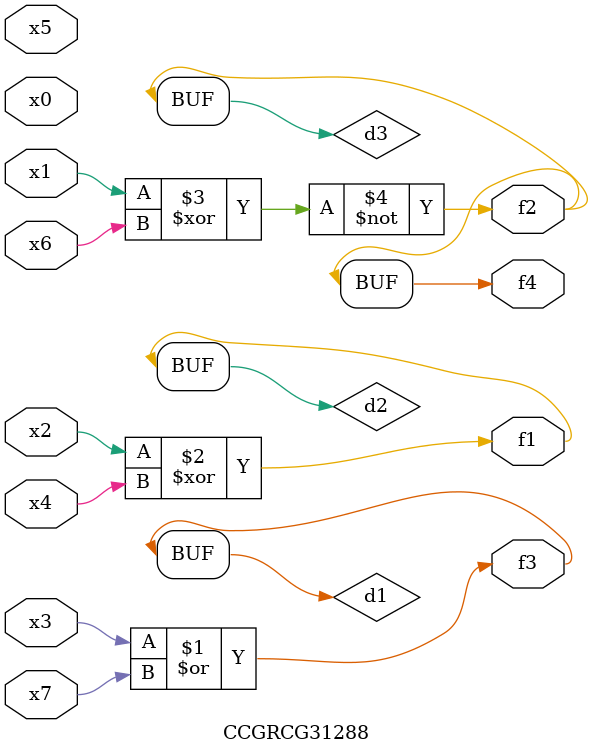
<source format=v>
module CCGRCG31288(
	input x0, x1, x2, x3, x4, x5, x6, x7,
	output f1, f2, f3, f4
);

	wire d1, d2, d3;

	or (d1, x3, x7);
	xor (d2, x2, x4);
	xnor (d3, x1, x6);
	assign f1 = d2;
	assign f2 = d3;
	assign f3 = d1;
	assign f4 = d3;
endmodule

</source>
